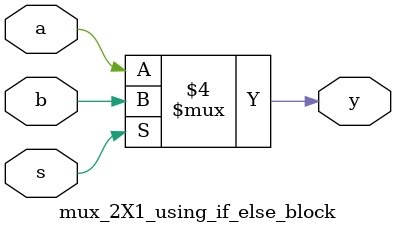
<source format=v>
`timescale 1ns / 1ps
module mux_2X1_using_if_else_block(y,a,b,s);
input a,b,s;
output reg y;
always @(a,b,s)
begin
if(s==0)
y=a;
else y=b;
end
endmodule

</source>
